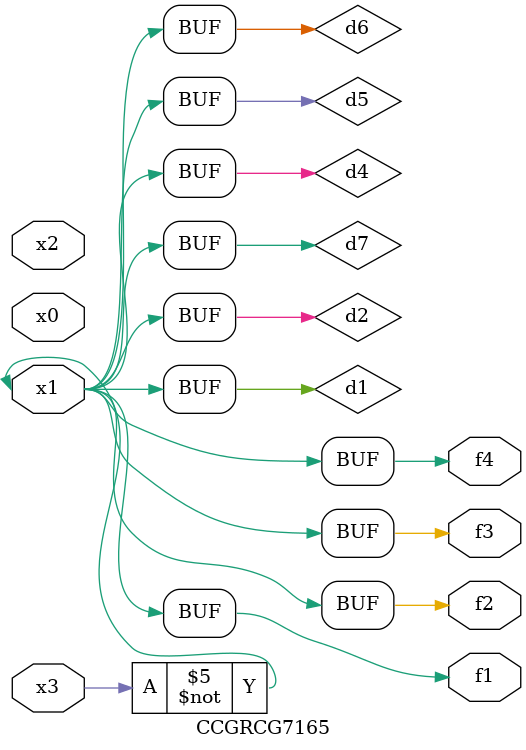
<source format=v>
module CCGRCG7165(
	input x0, x1, x2, x3,
	output f1, f2, f3, f4
);

	wire d1, d2, d3, d4, d5, d6, d7;

	not (d1, x3);
	buf (d2, x1);
	xnor (d3, d1, d2);
	nor (d4, d1);
	buf (d5, d1, d2);
	buf (d6, d4, d5);
	nand (d7, d4);
	assign f1 = d6;
	assign f2 = d7;
	assign f3 = d6;
	assign f4 = d6;
endmodule

</source>
